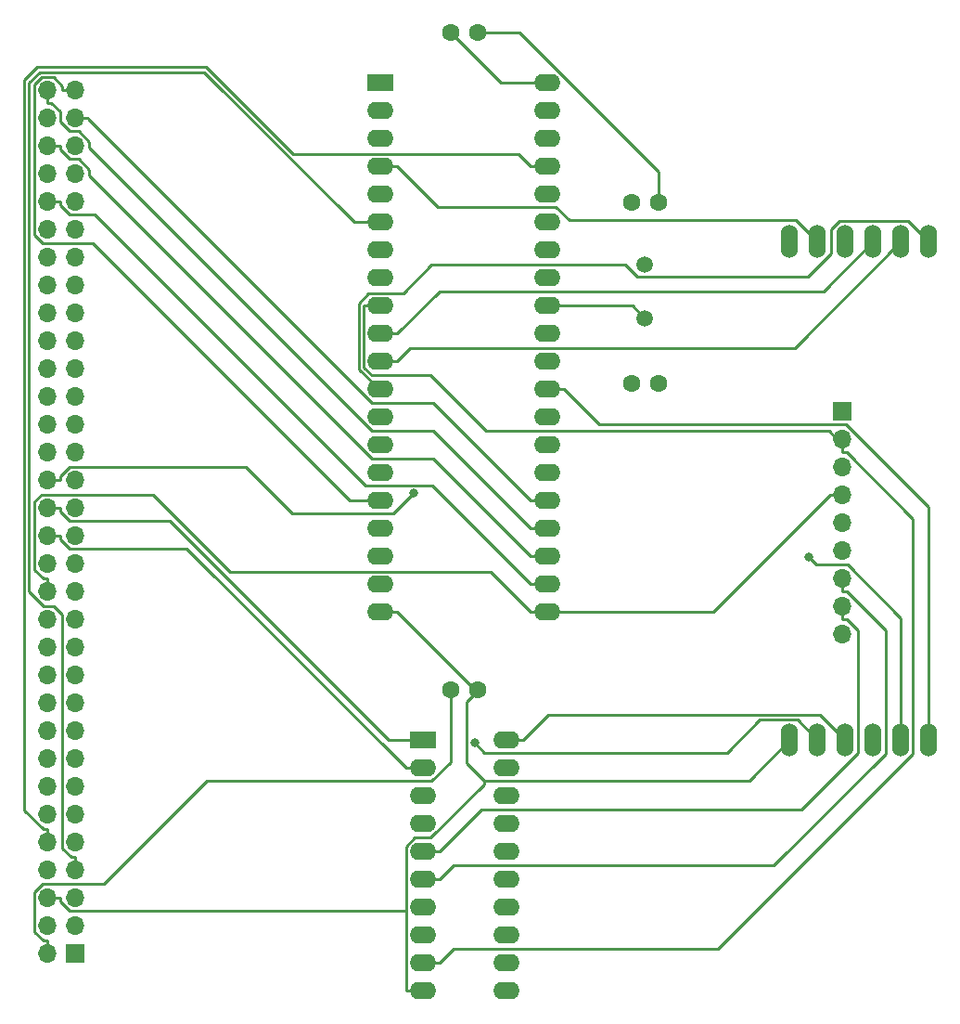
<source format=gbr>
%TF.GenerationSoftware,KiCad,Pcbnew,(6.0.2)*%
%TF.CreationDate,2022-11-06T15:29:19-08:00*%
%TF.ProjectId,IO Board,494f2042-6f61-4726-942e-6b696361645f,rev?*%
%TF.SameCoordinates,Original*%
%TF.FileFunction,Copper,L1,Top*%
%TF.FilePolarity,Positive*%
%FSLAX46Y46*%
G04 Gerber Fmt 4.6, Leading zero omitted, Abs format (unit mm)*
G04 Created by KiCad (PCBNEW (6.0.2)) date 2022-11-06 15:29:19*
%MOMM*%
%LPD*%
G01*
G04 APERTURE LIST*
%TA.AperFunction,ComponentPad*%
%ADD10C,1.500000*%
%TD*%
%TA.AperFunction,ComponentPad*%
%ADD11O,1.524000X3.048000*%
%TD*%
%TA.AperFunction,ComponentPad*%
%ADD12R,1.700000X1.700000*%
%TD*%
%TA.AperFunction,ComponentPad*%
%ADD13O,1.700000X1.700000*%
%TD*%
%TA.AperFunction,ComponentPad*%
%ADD14C,1.600000*%
%TD*%
%TA.AperFunction,ComponentPad*%
%ADD15R,2.400000X1.600000*%
%TD*%
%TA.AperFunction,ComponentPad*%
%ADD16O,2.400000X1.600000*%
%TD*%
%TA.AperFunction,ViaPad*%
%ADD17C,0.800000*%
%TD*%
%TA.AperFunction,Conductor*%
%ADD18C,0.250000*%
%TD*%
G04 APERTURE END LIST*
D10*
%TO.P,Q1,1,1*%
%TO.N,Net-(U2-Pad33)*%
X140970000Y-71718000D03*
%TO.P,Q1,2,2*%
%TO.N,Net-(U2-Pad32)*%
X140970000Y-76598000D03*
%TD*%
D11*
%TO.P,J4,1,Pin_1*%
%TO.N,GND*%
X154178000Y-69596000D03*
%TO.P,J4,2,Pin_2*%
%TO.N,/CTSB*%
X156718000Y-69596000D03*
%TO.P,J4,3,Pin_3*%
%TO.N,VCC*%
X159258000Y-69596000D03*
%TO.P,J4,4,Pin_4*%
%TO.N,/RXDB*%
X161798000Y-69596000D03*
%TO.P,J4,6,Pin_6*%
%TO.N,/RTSB*%
X166878000Y-69596000D03*
%TO.P,J4,5,Pin_5*%
%TO.N,/TXDB*%
X164338000Y-69596000D03*
%TD*%
%TO.P,J3,1,Pin_1*%
%TO.N,GND*%
X154178000Y-115062000D03*
%TO.P,J3,2,Pin_2*%
%TO.N,/CTSA*%
X156718000Y-115062000D03*
%TO.P,J3,3,Pin_3*%
%TO.N,VCC*%
X159258000Y-115062000D03*
%TO.P,J3,4,Pin_4*%
%TO.N,/RXDA*%
X161798000Y-115062000D03*
%TO.P,J3,6,Pin_6*%
%TO.N,/RTSA*%
X166878000Y-115062000D03*
%TO.P,J3,5,Pin_5*%
%TO.N,/TXDA*%
X164338000Y-115062000D03*
%TD*%
D12*
%TO.P,J2,1,Pin_1*%
%TO.N,/~{UARTSEL}*%
X159004000Y-85100000D03*
D13*
%TO.P,J2,2,Pin_2*%
%TO.N,/~{DTACKUART}*%
X159004000Y-87640000D03*
%TO.P,J2,3,Pin_3*%
%TO.N,/~{IACK}*%
X159004000Y-90180000D03*
%TO.P,J2,4,Pin_4*%
%TO.N,/~{IRQ2}*%
X159004000Y-92720000D03*
%TO.P,J2,5,Pin_5*%
%TO.N,/A20*%
X159004000Y-95260000D03*
%TO.P,J2,6,Pin_6*%
%TO.N,/A21*%
X159004000Y-97800000D03*
%TO.P,J2,7,Pin_7*%
%TO.N,/A22*%
X159004000Y-100340000D03*
%TO.P,J2,8,Pin_8*%
%TO.N,/A23*%
X159004000Y-102880000D03*
%TO.P,J2,9,Pin_9*%
%TO.N,GND*%
X159004000Y-105420000D03*
%TD*%
D14*
%TO.P,C4,1*%
%TO.N,Net-(U2-Pad33)*%
X139720000Y-66040000D03*
%TO.P,C4,2*%
%TO.N,GND*%
X142220000Y-66040000D03*
%TD*%
%TO.P,C3,1*%
%TO.N,Net-(U2-Pad32)*%
X139720000Y-82550000D03*
%TO.P,C3,2*%
%TO.N,GND*%
X142220000Y-82550000D03*
%TD*%
D12*
%TO.P,J1,1,Pin_1*%
%TO.N,/A1*%
X88954100Y-134516100D03*
D13*
%TO.P,J1,2,Pin_2*%
%TO.N,VCC*%
X86414100Y-134516100D03*
%TO.P,J1,3,Pin_3*%
%TO.N,/A2*%
X88954100Y-131976100D03*
%TO.P,J1,4,Pin_4*%
%TO.N,/CLK*%
X86414100Y-131976100D03*
%TO.P,J1,5,Pin_5*%
%TO.N,/A3*%
X88954100Y-129436100D03*
%TO.P,J1,6,Pin_6*%
%TO.N,GND*%
X86414100Y-129436100D03*
%TO.P,J1,7,Pin_7*%
%TO.N,/A4*%
X88954100Y-126896100D03*
%TO.P,J1,8,Pin_8*%
%TO.N,/~{VPA}*%
X86414100Y-126896100D03*
%TO.P,J1,9,Pin_9*%
%TO.N,/A5*%
X88954100Y-124356100D03*
%TO.P,J1,10,Pin_10*%
%TO.N,/~{IACK}*%
X86414100Y-124356100D03*
%TO.P,J1,11,Pin_11*%
%TO.N,/A6*%
X88954100Y-121816100D03*
%TO.P,J1,12,Pin_12*%
%TO.N,/~{VMA}*%
X86414100Y-121816100D03*
%TO.P,J1,13,Pin_13*%
%TO.N,/A7*%
X88954100Y-119276100D03*
%TO.P,J1,14,Pin_14*%
%TO.N,/~{IRQ3}*%
X86414100Y-119276100D03*
%TO.P,J1,15,Pin_15*%
%TO.N,/A8*%
X88954100Y-116736100D03*
%TO.P,J1,16,Pin_16*%
%TO.N,/~{HALT}*%
X86414100Y-116736100D03*
%TO.P,J1,17,Pin_17*%
%TO.N,/A9*%
X88954100Y-114196100D03*
%TO.P,J1,18,Pin_18*%
%TO.N,/~{IRQ4}*%
X86414100Y-114196100D03*
%TO.P,J1,19,Pin_19*%
%TO.N,/A10*%
X88954100Y-111656100D03*
%TO.P,J1,20,Pin_20*%
%TO.N,/FC0*%
X86414100Y-111656100D03*
%TO.P,J1,21,Pin_21*%
%TO.N,/A11*%
X88954100Y-109116100D03*
%TO.P,J1,22,Pin_22*%
%TO.N,/FC1*%
X86414100Y-109116100D03*
%TO.P,J1,23,Pin_23*%
%TO.N,/A12*%
X88954100Y-106576100D03*
%TO.P,J1,24,Pin_24*%
%TO.N,/FC2*%
X86414100Y-106576100D03*
%TO.P,J1,25,Pin_25*%
%TO.N,/A13*%
X88954100Y-104036100D03*
%TO.P,J1,26,Pin_26*%
%TO.N,/~{IRQ5}*%
X86414100Y-104036100D03*
%TO.P,J1,27,Pin_27*%
%TO.N,/A14*%
X88954100Y-101496100D03*
%TO.P,J1,28,Pin_28*%
%TO.N,/~{IRQ2}*%
X86414100Y-101496100D03*
%TO.P,J1,29,Pin_29*%
%TO.N,/A15*%
X88954100Y-98956100D03*
%TO.P,J1,30,Pin_30*%
%TO.N,/~{IRQ6}*%
X86414100Y-98956100D03*
%TO.P,J1,31,Pin_31*%
%TO.N,/A16*%
X88954100Y-96416100D03*
%TO.P,J1,32,Pin_32*%
%TO.N,/~{LDS}*%
X86414100Y-96416100D03*
%TO.P,J1,33,Pin_33*%
%TO.N,/A17*%
X88954100Y-93876100D03*
%TO.P,J1,34,Pin_34*%
%TO.N,/~{UDS}*%
X86414100Y-93876100D03*
%TO.P,J1,35,Pin_35*%
%TO.N,/A18*%
X88954100Y-91336100D03*
%TO.P,J1,36,Pin_36*%
%TO.N,/~{RESET}*%
X86414100Y-91336100D03*
%TO.P,J1,37,Pin_37*%
%TO.N,/A19*%
X88954100Y-88796100D03*
%TO.P,J1,38,Pin_38*%
%TO.N,/D15*%
X86414100Y-88796100D03*
%TO.P,J1,39,Pin_39*%
%TO.N,/A20*%
X88954100Y-86256100D03*
%TO.P,J1,40,Pin_40*%
%TO.N,/D14*%
X86414100Y-86256100D03*
%TO.P,J1,41,Pin_41*%
%TO.N,/A21*%
X88954100Y-83716100D03*
%TO.P,J1,42,Pin_42*%
%TO.N,/D13*%
X86414100Y-83716100D03*
%TO.P,J1,43,Pin_43*%
%TO.N,/A22*%
X88954100Y-81176100D03*
%TO.P,J1,44,Pin_44*%
%TO.N,/D12*%
X86414100Y-81176100D03*
%TO.P,J1,45,Pin_45*%
%TO.N,/A23*%
X88954100Y-78636100D03*
%TO.P,J1,46,Pin_46*%
%TO.N,/D11*%
X86414100Y-78636100D03*
%TO.P,J1,47,Pin_47*%
%TO.N,/~{AS}*%
X88954100Y-76096100D03*
%TO.P,J1,48,Pin_48*%
%TO.N,/D10*%
X86414100Y-76096100D03*
%TO.P,J1,49,Pin_49*%
%TO.N,/~{BERR}*%
X88954100Y-73556100D03*
%TO.P,J1,50,Pin_50*%
%TO.N,/D9*%
X86414100Y-73556100D03*
%TO.P,J1,51,Pin_51*%
%TO.N,/~{BG}*%
X88954100Y-71016100D03*
%TO.P,J1,52,Pin_52*%
%TO.N,/D8*%
X86414100Y-71016100D03*
%TO.P,J1,53,Pin_53*%
%TO.N,/~{BGACK}*%
X88954100Y-68476100D03*
%TO.P,J1,54,Pin_54*%
%TO.N,/D7*%
X86414100Y-68476100D03*
%TO.P,J1,55,Pin_55*%
%TO.N,/~{BR}*%
X88954100Y-65936100D03*
%TO.P,J1,56,Pin_56*%
%TO.N,/D6*%
X86414100Y-65936100D03*
%TO.P,J1,57,Pin_57*%
%TO.N,/~{DTACK}*%
X88954100Y-63396100D03*
%TO.P,J1,58,Pin_58*%
%TO.N,/D5*%
X86414100Y-63396100D03*
%TO.P,J1,59,Pin_59*%
%TO.N,/R~{W}*%
X88954100Y-60856100D03*
%TO.P,J1,60,Pin_60*%
%TO.N,/D4*%
X86414100Y-60856100D03*
%TO.P,J1,61,Pin_61*%
%TO.N,/D0*%
X88954100Y-58316100D03*
%TO.P,J1,62,Pin_62*%
%TO.N,/D3*%
X86414100Y-58316100D03*
%TO.P,J1,63,Pin_63*%
%TO.N,/D1*%
X88954100Y-55776100D03*
%TO.P,J1,64,Pin_64*%
%TO.N,/D2*%
X86414100Y-55776100D03*
%TD*%
D14*
%TO.P,C2,1*%
%TO.N,VCC*%
X123210000Y-110490000D03*
%TO.P,C2,2*%
%TO.N,GND*%
X125710000Y-110490000D03*
%TD*%
D15*
%TO.P,U2,1,RS1*%
%TO.N,/A1*%
X116835000Y-55118000D03*
D16*
%TO.P,U2,2,IP3*%
%TO.N,/IP3*%
X116835000Y-57658000D03*
%TO.P,U2,3,RS2*%
%TO.N,/A2*%
X116835000Y-60198000D03*
%TO.P,U2,4,IP1*%
%TO.N,/CTSB*%
X116835000Y-62738000D03*
%TO.P,U2,5,RS3*%
%TO.N,/A3*%
X116835000Y-65278000D03*
%TO.P,U2,6,RS4*%
%TO.N,/A4*%
X116835000Y-67818000D03*
%TO.P,U2,7,IP0*%
%TO.N,/CTSA*%
X116835000Y-70358000D03*
%TO.P,U2,8,R/W*%
%TO.N,/R~{W}*%
X116835000Y-72898000D03*
%TO.P,U2,9,DTACK*%
%TO.N,/~{DTACKUART}*%
X116835000Y-75438000D03*
%TO.P,U2,10,RXDB*%
%TO.N,/RXDB*%
X116835000Y-77978000D03*
%TO.P,U2,11,TXDB*%
%TO.N,/TXDB*%
X116835000Y-80518000D03*
%TO.P,U2,12,OP1*%
%TO.N,/RTSB*%
X116835000Y-83058000D03*
%TO.P,U2,13,OP3*%
%TO.N,/OP3*%
X116835000Y-85598000D03*
%TO.P,U2,14,OP5*%
%TO.N,/OP5*%
X116835000Y-88138000D03*
%TO.P,U2,15,OP7*%
%TO.N,/OP7*%
X116835000Y-90678000D03*
%TO.P,U2,16,D1*%
%TO.N,/D1*%
X116835000Y-93218000D03*
%TO.P,U2,17,D3*%
%TO.N,/D3*%
X116835000Y-95758000D03*
%TO.P,U2,18,D5*%
%TO.N,/D5*%
X116835000Y-98298000D03*
%TO.P,U2,19,D7*%
%TO.N,/D7*%
X116835000Y-100838000D03*
%TO.P,U2,20,GND*%
%TO.N,GND*%
X116835000Y-103378000D03*
%TO.P,U2,21,IRQ*%
%TO.N,/~{IRQ2}*%
X132075000Y-103378000D03*
%TO.P,U2,22,D6*%
%TO.N,/D6*%
X132075000Y-100838000D03*
%TO.P,U2,23,D4*%
%TO.N,/D4*%
X132075000Y-98298000D03*
%TO.P,U2,24,D2*%
%TO.N,/D2*%
X132075000Y-95758000D03*
%TO.P,U2,25,D0*%
%TO.N,/D0*%
X132075000Y-93218000D03*
%TO.P,U2,26,OP6*%
%TO.N,/OP6*%
X132075000Y-90678000D03*
%TO.P,U2,27,OP4*%
%TO.N,/OP4*%
X132075000Y-88138000D03*
%TO.P,U2,28,OP2*%
%TO.N,/OP2*%
X132075000Y-85598000D03*
%TO.P,U2,29,OP0*%
%TO.N,/RTSA*%
X132075000Y-83058000D03*
%TO.P,U2,30,TXDA*%
%TO.N,/TXDA*%
X132075000Y-80518000D03*
%TO.P,U2,31,RXDA*%
%TO.N,/RXDA*%
X132075000Y-77978000D03*
%TO.P,U2,32,X1/CLK*%
%TO.N,Net-(U2-Pad32)*%
X132075000Y-75438000D03*
%TO.P,U2,33,X2*%
%TO.N,Net-(U2-Pad33)*%
X132075000Y-72898000D03*
%TO.P,U2,34,RESET*%
%TO.N,/~{RESET}*%
X132075000Y-70358000D03*
%TO.P,U2,35,CS*%
%TO.N,/~{UARTSEL}*%
X132075000Y-67818000D03*
%TO.P,U2,36,IP2*%
%TO.N,/IP2*%
X132075000Y-65278000D03*
%TO.P,U2,37,IACK*%
%TO.N,/~{IACK}*%
X132075000Y-62738000D03*
%TO.P,U2,38,IP5*%
%TO.N,/IP5*%
X132075000Y-60198000D03*
%TO.P,U2,39,IP4*%
%TO.N,/IP4*%
X132075000Y-57658000D03*
%TO.P,U2,40,VCC*%
%TO.N,VCC*%
X132075000Y-55118000D03*
%TD*%
D15*
%TO.P,U1,1,I1/CLK*%
%TO.N,/~{UDS}*%
X120660000Y-115062000D03*
D16*
%TO.P,U1,2,I2*%
%TO.N,/~{LDS}*%
X120660000Y-117602000D03*
%TO.P,U1,3,I3*%
%TO.N,/R~{W}*%
X120660000Y-120142000D03*
%TO.P,U1,4,I4*%
%TO.N,/~{AS}*%
X120660000Y-122682000D03*
%TO.P,U1,5,I5*%
%TO.N,/A23*%
X120660000Y-125222000D03*
%TO.P,U1,6,I6*%
%TO.N,/A22*%
X120660000Y-127762000D03*
%TO.P,U1,7,I7*%
%TO.N,/A21*%
X120660000Y-130302000D03*
%TO.P,U1,8,I8*%
%TO.N,/A20*%
X120660000Y-132842000D03*
%TO.P,U1,9,I9*%
%TO.N,/~{DTACKUART}*%
X120660000Y-135382000D03*
%TO.P,U1,10,GND*%
%TO.N,GND*%
X120660000Y-137922000D03*
%TO.P,U1,11,I10/~{OE}*%
%TO.N,unconnected-(U1-Pad11)*%
X128280000Y-137922000D03*
%TO.P,U1,12,IO8*%
%TO.N,unconnected-(U1-Pad12)*%
X128280000Y-135382000D03*
%TO.P,U1,13,IO7*%
%TO.N,unconnected-(U1-Pad13)*%
X128280000Y-132842000D03*
%TO.P,U1,14,IO6*%
%TO.N,unconnected-(U1-Pad14)*%
X128280000Y-130302000D03*
%TO.P,U1,15,IO5*%
%TO.N,unconnected-(U1-Pad15)*%
X128280000Y-127762000D03*
%TO.P,U1,16,IO4*%
%TO.N,unconnected-(U1-Pad16)*%
X128280000Y-125222000D03*
%TO.P,U1,17,I03*%
%TO.N,unconnected-(U1-Pad17)*%
X128280000Y-122682000D03*
%TO.P,U1,18,IO2*%
%TO.N,/~{DTACK}*%
X128280000Y-120142000D03*
%TO.P,U1,19,IO1*%
%TO.N,/~{UARTSEL}*%
X128280000Y-117602000D03*
%TO.P,U1,20,VCC*%
%TO.N,VCC*%
X128280000Y-115062000D03*
%TD*%
D14*
%TO.P,C1,1*%
%TO.N,VCC*%
X123205000Y-50546000D03*
%TO.P,C1,2*%
%TO.N,GND*%
X125705000Y-50546000D03*
%TD*%
D17*
%TO.N,/TXDA*%
X155907000Y-98346600D03*
%TO.N,/CTSA*%
X125419200Y-115307100D03*
%TO.N,/~{RESET}*%
X119822900Y-92557000D03*
%TD*%
D18*
%TO.N,/TXDB*%
X154606500Y-79327500D02*
X164338000Y-69596000D01*
X119550800Y-79327500D02*
X154606500Y-79327500D01*
X118360300Y-80518000D02*
X119550800Y-79327500D01*
X116835000Y-80518000D02*
X118360300Y-80518000D01*
%TO.N,/CTSB*%
X154763800Y-67641800D02*
X156718000Y-69596000D01*
X134061000Y-67641800D02*
X154763800Y-67641800D01*
X132822600Y-66403400D02*
X134061000Y-67641800D01*
X122025700Y-66403400D02*
X132822600Y-66403400D01*
X118360300Y-62738000D02*
X122025700Y-66403400D01*
X116835000Y-62738000D02*
X118360300Y-62738000D01*
%TO.N,/RXDB*%
X157236000Y-74158000D02*
X161798000Y-69596000D01*
X122180300Y-74158000D02*
X157236000Y-74158000D01*
X118360300Y-77978000D02*
X122180300Y-74158000D01*
X116835000Y-77978000D02*
X118360300Y-77978000D01*
%TO.N,/RTSB*%
X165007700Y-67725700D02*
X166878000Y-69596000D01*
X158739400Y-67725700D02*
X165007700Y-67725700D01*
X157988000Y-68477100D02*
X158739400Y-67725700D01*
X157988000Y-70668800D02*
X157988000Y-68477100D01*
X155825900Y-72830900D02*
X157988000Y-70668800D01*
X140258400Y-72830900D02*
X155825900Y-72830900D01*
X139155700Y-71728200D02*
X140258400Y-72830900D01*
X121478000Y-71728200D02*
X139155700Y-71728200D01*
X118893600Y-74312600D02*
X121478000Y-71728200D01*
X115733000Y-74312600D02*
X118893600Y-74312600D01*
X114840700Y-75204900D02*
X115733000Y-74312600D01*
X114840700Y-81219900D02*
X114840700Y-75204900D01*
X116678800Y-83058000D02*
X114840700Y-81219900D01*
X116835000Y-83058000D02*
X116678800Y-83058000D01*
%TO.N,/TXDA*%
X164338000Y-103962400D02*
X164338000Y-115062000D01*
X159445600Y-99070000D02*
X164338000Y-103962400D01*
X156630400Y-99070000D02*
X159445600Y-99070000D01*
X155907000Y-98346600D02*
X156630400Y-99070000D01*
%TO.N,/CTSA*%
X154858900Y-113202900D02*
X156718000Y-115062000D01*
X151443000Y-113202900D02*
X154858900Y-113202900D01*
X148448000Y-116197900D02*
X151443000Y-113202900D01*
X126310000Y-116197900D02*
X148448000Y-116197900D01*
X125419200Y-115307100D02*
X126310000Y-116197900D01*
%TO.N,/RTSA*%
X166878000Y-93826100D02*
X166878000Y-115062000D01*
X159327300Y-86275400D02*
X166878000Y-93826100D01*
X136817700Y-86275400D02*
X159327300Y-86275400D01*
X133600300Y-83058000D02*
X136817700Y-86275400D01*
X132075000Y-83058000D02*
X133600300Y-83058000D01*
%TO.N,Net-(U2-Pad32)*%
X139810000Y-75438000D02*
X140970000Y-76598000D01*
X132075000Y-75438000D02*
X139810000Y-75438000D01*
%TO.N,/~{DTACKUART}*%
X159371300Y-88815300D02*
X159004000Y-88815300D01*
X165426800Y-94870800D02*
X159371300Y-88815300D01*
X165426800Y-116317400D02*
X165426800Y-94870800D01*
X147632200Y-134112000D02*
X165426800Y-116317400D01*
X123455300Y-134112000D02*
X147632200Y-134112000D01*
X122185300Y-135382000D02*
X123455300Y-134112000D01*
X120660000Y-135382000D02*
X122185300Y-135382000D01*
X159004000Y-87640000D02*
X159004000Y-88080700D01*
X159004000Y-88080700D02*
X159004000Y-88815300D01*
X115309700Y-81052000D02*
X115309700Y-75438000D01*
X116045700Y-81788000D02*
X115309700Y-81052000D01*
X121365900Y-81788000D02*
X116045700Y-81788000D01*
X126445900Y-86868000D02*
X121365900Y-81788000D01*
X157791300Y-86868000D02*
X126445900Y-86868000D01*
X159004000Y-88080700D02*
X157791300Y-86868000D01*
X116835000Y-75438000D02*
X115309700Y-75438000D01*
%TO.N,/D2*%
X86781500Y-56951400D02*
X86414100Y-56951400D01*
X87589400Y-57759300D02*
X86781500Y-56951400D01*
X87589400Y-58652400D02*
X87589400Y-57759300D01*
X88428500Y-59491500D02*
X87589400Y-58652400D01*
X89252600Y-59491500D02*
X88428500Y-59491500D01*
X90243000Y-60481900D02*
X89252600Y-59491500D01*
X90243000Y-61037700D02*
X90243000Y-60481900D01*
X116073300Y-86868000D02*
X90243000Y-61037700D01*
X121659700Y-86868000D02*
X116073300Y-86868000D01*
X130549700Y-95758000D02*
X121659700Y-86868000D01*
X132075000Y-95758000D02*
X130549700Y-95758000D01*
X86414100Y-55776100D02*
X86414100Y-56951400D01*
%TO.N,/D1*%
X88954100Y-55776100D02*
X87778800Y-55776100D01*
X87778800Y-55408700D02*
X87778800Y-55776100D01*
X86970900Y-54600800D02*
X87778800Y-55408700D01*
X85869400Y-54600800D02*
X86970900Y-54600800D01*
X85230400Y-55239800D02*
X85869400Y-54600800D01*
X85230400Y-68994700D02*
X85230400Y-55239800D01*
X85981800Y-69746100D02*
X85230400Y-68994700D01*
X90523200Y-69746100D02*
X85981800Y-69746100D01*
X113995100Y-93218000D02*
X90523200Y-69746100D01*
X116835000Y-93218000D02*
X113995100Y-93218000D01*
%TO.N,/D0*%
X90129400Y-58389600D02*
X90129400Y-58316100D01*
X116067800Y-84328000D02*
X90129400Y-58389600D01*
X121659700Y-84328000D02*
X116067800Y-84328000D01*
X130549700Y-93218000D02*
X121659700Y-84328000D01*
X132075000Y-93218000D02*
X130549700Y-93218000D01*
X88954100Y-58316100D02*
X90129400Y-58316100D01*
%TO.N,/D4*%
X87589400Y-61223500D02*
X87589400Y-60856100D01*
X88397300Y-62031400D02*
X87589400Y-61223500D01*
X89253500Y-62031400D02*
X88397300Y-62031400D01*
X90245800Y-63023700D02*
X89253500Y-62031400D01*
X90245800Y-63580500D02*
X90245800Y-63023700D01*
X116073300Y-89408000D02*
X90245800Y-63580500D01*
X121659700Y-89408000D02*
X116073300Y-89408000D01*
X130549700Y-98298000D02*
X121659700Y-89408000D01*
X132075000Y-98298000D02*
X130549700Y-98298000D01*
X86414100Y-60856100D02*
X87589400Y-60856100D01*
%TO.N,/D6*%
X132075000Y-100838000D02*
X130549700Y-100838000D01*
X86414100Y-65936100D02*
X87589400Y-65936100D01*
X87589400Y-66303500D02*
X87589400Y-65936100D01*
X88397300Y-67111400D02*
X87589400Y-66303500D01*
X90741900Y-67111400D02*
X88397300Y-67111400D01*
X115462200Y-91831700D02*
X90741900Y-67111400D01*
X121543400Y-91831700D02*
X115462200Y-91831700D01*
X130549700Y-100838000D02*
X121543400Y-91831700D01*
%TO.N,/A23*%
X159371300Y-104055300D02*
X159004000Y-104055300D01*
X160368600Y-105052600D02*
X159371300Y-104055300D01*
X160368600Y-116254100D02*
X160368600Y-105052600D01*
X155210700Y-121412000D02*
X160368600Y-116254100D01*
X125995300Y-121412000D02*
X155210700Y-121412000D01*
X122185300Y-125222000D02*
X125995300Y-121412000D01*
X120660000Y-125222000D02*
X122185300Y-125222000D01*
X159004000Y-102880000D02*
X159004000Y-104055300D01*
%TO.N,/A22*%
X159004000Y-100340000D02*
X159004000Y-101515300D01*
X120660000Y-127762000D02*
X122185300Y-127762000D01*
X123455300Y-126492000D02*
X122185300Y-127762000D01*
X152687900Y-126492000D02*
X123455300Y-126492000D01*
X162906200Y-116273700D02*
X152687900Y-126492000D01*
X162906200Y-105050200D02*
X162906200Y-116273700D01*
X159371300Y-101515300D02*
X162906200Y-105050200D01*
X159004000Y-101515300D02*
X159371300Y-101515300D01*
%TO.N,/~{RESET}*%
X87589400Y-90968700D02*
X87589400Y-91336100D01*
X88397300Y-90160800D02*
X87589400Y-90968700D01*
X104550200Y-90160800D02*
X88397300Y-90160800D01*
X108750100Y-94360700D02*
X104550200Y-90160800D01*
X118019200Y-94360700D02*
X108750100Y-94360700D01*
X119822900Y-92557000D02*
X118019200Y-94360700D01*
X86414100Y-91336100D02*
X87589400Y-91336100D01*
%TO.N,/~{UDS}*%
X120660000Y-115062000D02*
X119134700Y-115062000D01*
X86414100Y-93876100D02*
X87589400Y-93876100D01*
X117563200Y-115062000D02*
X119134700Y-115062000D01*
X97552600Y-95051400D02*
X117563200Y-115062000D01*
X88397300Y-95051400D02*
X97552600Y-95051400D01*
X87589400Y-94243500D02*
X88397300Y-95051400D01*
X87589400Y-93876100D02*
X87589400Y-94243500D01*
%TO.N,/~{LDS}*%
X120660000Y-117602000D02*
X119134700Y-117602000D01*
X86414100Y-96416100D02*
X87589400Y-96416100D01*
X99124100Y-97591400D02*
X119134700Y-117602000D01*
X88397300Y-97591400D02*
X99124100Y-97591400D01*
X87589400Y-96783500D02*
X88397300Y-97591400D01*
X87589400Y-96416100D02*
X87589400Y-96783500D01*
%TO.N,/~{IRQ2}*%
X159004000Y-92720000D02*
X157828700Y-92720000D01*
X147170700Y-103378000D02*
X133600300Y-103378000D01*
X157828700Y-92720000D02*
X147170700Y-103378000D01*
X132423200Y-103378000D02*
X133600300Y-103378000D01*
X86414100Y-101496100D02*
X86414100Y-100320800D01*
X132423200Y-103378000D02*
X132075000Y-103378000D01*
X86046700Y-100320800D02*
X86414100Y-100320800D01*
X85238800Y-99512900D02*
X86046700Y-100320800D01*
X85238800Y-93318000D02*
X85238800Y-99512900D01*
X85861700Y-92695100D02*
X85238800Y-93318000D01*
X96058600Y-92695100D02*
X85861700Y-92695100D01*
X103065900Y-99702400D02*
X96058600Y-92695100D01*
X126874100Y-99702400D02*
X103065900Y-99702400D01*
X130549700Y-103378000D02*
X126874100Y-99702400D01*
X132075000Y-103378000D02*
X130549700Y-103378000D01*
%TO.N,/~{IACK}*%
X132075000Y-62738000D02*
X130549700Y-62738000D01*
X86414100Y-124356100D02*
X86414100Y-123180800D01*
X129386900Y-61575200D02*
X130549700Y-62738000D01*
X108816900Y-61575200D02*
X129386900Y-61575200D01*
X100916300Y-53674600D02*
X108816900Y-61575200D01*
X85440000Y-53674600D02*
X100916300Y-53674600D01*
X84298700Y-54815900D02*
X85440000Y-53674600D01*
X84298700Y-121432800D02*
X84298700Y-54815900D01*
X86046700Y-123180800D02*
X84298700Y-121432800D01*
X86414100Y-123180800D02*
X86046700Y-123180800D01*
%TO.N,/A4*%
X116835000Y-67818000D02*
X115309700Y-67818000D01*
X88954100Y-126896100D02*
X88954100Y-125720800D01*
X114422800Y-67818000D02*
X115309700Y-67818000D01*
X100729700Y-54124900D02*
X114422800Y-67818000D01*
X85704100Y-54124900D02*
X100729700Y-54124900D01*
X84749000Y-55080000D02*
X85704100Y-54124900D01*
X84749000Y-101504200D02*
X84749000Y-55080000D01*
X86105500Y-102860700D02*
X84749000Y-101504200D01*
X86993500Y-102860700D02*
X86105500Y-102860700D01*
X87778800Y-103646000D02*
X86993500Y-102860700D01*
X87778800Y-124912900D02*
X87778800Y-103646000D01*
X88586700Y-125720800D02*
X87778800Y-124912900D01*
X88954100Y-125720800D02*
X88586700Y-125720800D01*
%TO.N,GND*%
X142220000Y-63258900D02*
X142220000Y-66040000D01*
X129507100Y-50546000D02*
X142220000Y-63258900D01*
X125705000Y-50546000D02*
X129507100Y-50546000D01*
X120660000Y-137922000D02*
X119134700Y-137922000D01*
X86414100Y-129436100D02*
X87589400Y-129436100D01*
X87589400Y-129803400D02*
X87589400Y-129436100D01*
X88435700Y-130649700D02*
X87589400Y-129803400D01*
X119134700Y-130649700D02*
X88435700Y-130649700D01*
X119134700Y-130649700D02*
X119134700Y-137922000D01*
X150487100Y-118752900D02*
X126259400Y-118752900D01*
X154178000Y-115062000D02*
X150487100Y-118752900D01*
X119134700Y-124755100D02*
X119134700Y-130649700D01*
X119937800Y-123952000D02*
X119134700Y-124755100D01*
X121394100Y-123952000D02*
X119937800Y-123952000D01*
X126259400Y-119086700D02*
X121394100Y-123952000D01*
X126259400Y-118752900D02*
X126259400Y-119086700D01*
X116835000Y-103378000D02*
X118360300Y-103378000D01*
X125591200Y-110608800D02*
X118360300Y-103378000D01*
X125710000Y-110490000D02*
X125591200Y-110608800D01*
X124645300Y-117138800D02*
X126259400Y-118752900D01*
X124645300Y-111554700D02*
X124645300Y-117138800D01*
X125591200Y-110608800D02*
X124645300Y-111554700D01*
%TO.N,VCC*%
X127777000Y-55118000D02*
X132075000Y-55118000D01*
X123205000Y-50546000D02*
X127777000Y-55118000D01*
X132114800Y-112752500D02*
X129805300Y-115062000D01*
X156948500Y-112752500D02*
X132114800Y-112752500D01*
X159258000Y-115062000D02*
X156948500Y-112752500D01*
X128280000Y-115062000D02*
X129805300Y-115062000D01*
X86046700Y-133340800D02*
X86414100Y-133340800D01*
X85238800Y-132532900D02*
X86046700Y-133340800D01*
X85238800Y-128934400D02*
X85238800Y-132532900D01*
X86007100Y-128166100D02*
X85238800Y-128934400D01*
X91557800Y-128166100D02*
X86007100Y-128166100D01*
X100925800Y-118798100D02*
X91557800Y-128166100D01*
X121463400Y-118798100D02*
X100925800Y-118798100D01*
X123210000Y-117051500D02*
X121463400Y-118798100D01*
X123210000Y-110490000D02*
X123210000Y-117051500D01*
X86414100Y-134516100D02*
X86414100Y-133340800D01*
%TD*%
M02*

</source>
